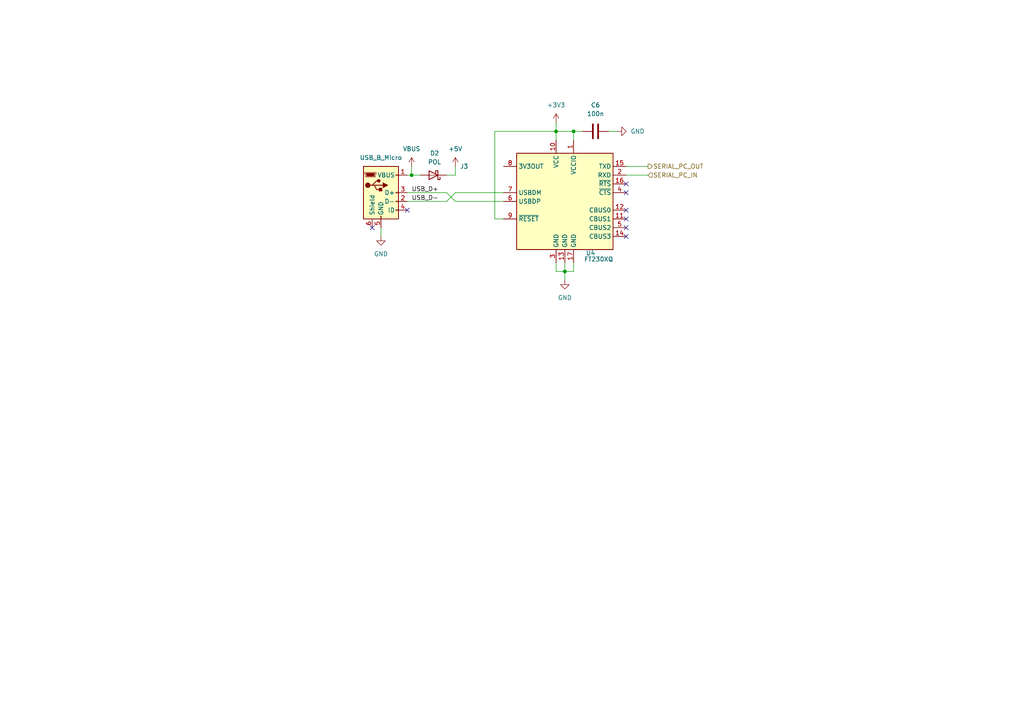
<source format=kicad_sch>
(kicad_sch (version 20231120) (generator "eeschema") (generator_version "8.0")
  (paper "A4")
  (title_block (title "Trashernet SoC") (date "2024-07-07") (rev "2") (company "notsyncing.net") (comment 1 "https://l.notsyncing.net/tnet"))
  (lib_symbols
    (symbol "Connector:USB_B_Micro" (pin_names (offset 1.016))
      (property "Reference" "J" (at -5.08 11.43 0))
      (property "Value" "USB_B_Micro" (at -5.08 8.89 0))
      (symbol "USB_B_Micro_0_1"
        (rectangle (start -5.08 -7.62) (end 5.08 7.62) (stroke (width 0.254)) (fill (type background)))
        (circle (center -3.81 2.159) (radius 0.635) (stroke (width 0.254)) (fill (type outline)))
        (circle (center -0.635 3.429) (radius 0.381) (stroke (width 0.254)) (fill (type outline)))
        (rectangle (start -0.127 -7.62) (end 0.127 -6.858))
        (polyline (pts (xy -1.905 2.159) (xy 0.635 2.159)) (stroke (width 0.254)))
        (polyline (pts (xy -3.175 2.159) (xy -2.54 2.159) (xy -1.27 3.429) (xy -0.635 3.429)) (stroke (width 0.254)))
        (polyline (pts (xy -2.54 2.159) (xy -1.905 2.159) (xy -1.27 0.889) (xy 0 0.889)) (stroke (width 0.254)))
        (polyline (pts (xy 0.635 2.794) (xy 0.635 1.524) (xy 1.905 2.159) (xy 0.635 2.794)) (stroke (width 0.254)) (fill (type outline)))
        (polyline (pts (xy -4.318 5.588) (xy -1.778 5.588) (xy -2.032 4.826) (xy -4.064 4.826) (xy -4.318 5.588)) (fill (type outline)))
        (polyline (pts (xy -4.699 5.842) (xy -4.699 5.588) (xy -4.445 4.826) (xy -4.445 4.572) (xy -1.651 4.572) (xy -1.651 4.826) (xy -1.397 5.588) (xy -1.397 5.842) (xy -4.699 5.842)))
        (rectangle (start 0.254 1.27) (end -0.508 0.508) (stroke (width 0.254)) (fill (type outline)))
        (rectangle (start 5.08 -5.207) (end 4.318 -4.953))
        (rectangle (start 5.08 -2.667) (end 4.318 -2.413))
        (rectangle (start 5.08 -0.127) (end 4.318 0.127))
        (rectangle (start 5.08 4.953) (end 4.318 5.207))
      )
      (symbol "USB_B_Micro_1_1"
        (pin power_out line (at 7.62 5.08 180) (length 2.54) (name "VBUS") (number "1"))
        (pin bidirectional line (at 7.62 -2.54 180) (length 2.54) (name "D-") (number "2"))
        (pin bidirectional line (at 7.62 0 180) (length 2.54) (name "D+") (number "3"))
        (pin passive line (at 7.62 -5.08 180) (length 2.54) (name "ID") (number "4"))
        (pin power_out line (at 0 -10.16 90) (length 2.54) (name "GND") (number "5"))
        (pin passive line (at -2.54 -10.16 90) (length 2.54) (name "Shield") (number "6"))
      )
    )
    (symbol "Device:C" (pin_numbers hide) (pin_names (offset 0.254))
      (property "Reference" "C" (at 0.635 2.54 0))
      (property "Value" "C" (at 0.635 -2.54 0))
      (symbol "C_0_1"
        (polyline (pts (xy -2.032 -0.762) (xy 2.032 -0.762)) (stroke (width 0.508)))
        (polyline (pts (xy -2.032 0.762) (xy 2.032 0.762)) (stroke (width 0.508)))
      )
      (symbol "C_1_1"
        (pin passive line (at 0 3.81 270) (length 2.794) (name "~") (number "1"))
        (pin passive line (at 0 -3.81 90) (length 2.794) (name "~") (number "2"))
      )
    )
    (symbol "Device:D_Schottky" (pin_numbers hide) (pin_names (offset 1.016) hide)
      (property "Reference" "D" (at 0 2.54 0))
      (property "Value" "D_Schottky" (at 0 -2.54 0))
      (symbol "D_Schottky_0_1"
        (polyline (pts (xy 1.27 0) (xy -1.27 0)))
        (polyline (pts (xy 1.27 1.27) (xy 1.27 -1.27) (xy -1.27 0) (xy 1.27 1.27)) (stroke (width 0.254)))
        (polyline (pts (xy -1.905 0.635) (xy -1.905 1.27) (xy -1.27 1.27) (xy -1.27 -1.27) (xy -0.635 -1.27) (xy -0.635 -0.635)) (stroke (width 0.254)))
      )
      (symbol "D_Schottky_1_1"
        (pin passive line (at -3.81 0 0) (length 2.54) (name "K") (number "1"))
        (pin passive line (at 3.81 0 180) (length 2.54) (name "A") (number "2"))
      )
    )
    (symbol "Interface_USB:FT230XQ"
      (property "Reference" "U" (at -13.97 15.24 0))
      (property "Value" "FT230XQ" (at 7.62 15.24 0))
      (symbol "FT230XQ_0_1"
        (rectangle (start -13.97 13.97) (end 13.97 -13.97) (stroke (width 0.254)) (fill (type background)))
      )
      (symbol "FT230XQ_1_1"
        (pin power_in line (at 2.54 17.78 270) (length 3.81) (name "VCCIO") (number "1"))
        (pin power_in line (at -2.54 17.78 270) (length 3.81) (name "VCC") (number "10"))
        (pin bidirectional line (at 17.78 -5.08 180) (length 3.81) (name "CBUS1") (number "11"))
        (pin bidirectional line (at 17.78 -2.54 180) (length 3.81) (name "CBUS0") (number "12"))
        (pin power_in line (at 0 -17.78 90) (length 3.81) (name "GND") (number "13"))
        (pin bidirectional line (at 17.78 -10.16 180) (length 3.81) (name "CBUS3") (number "14"))
        (pin output line (at 17.78 10.16 180) (length 3.81) (name "TXD") (number "15"))
        (pin output line (at 17.78 5.08 180) (length 3.81) (name "~{RTS}") (number "16"))
        (pin power_in line (at 2.54 -17.78 90) (length 3.81) (name "GND") (number "17"))
        (pin input line (at 17.78 7.62 180) (length 3.81) (name "RXD") (number "2"))
        (pin power_in line (at -2.54 -17.78 90) (length 3.81) (name "GND") (number "3"))
        (pin input line (at 17.78 2.54 180) (length 3.81) (name "~{CTS}") (number "4"))
        (pin bidirectional line (at 17.78 -7.62 180) (length 3.81) (name "CBUS2") (number "5"))
        (pin bidirectional line (at -17.78 0 0) (length 3.81) (name "USBDP") (number "6"))
        (pin bidirectional line (at -17.78 2.54 0) (length 3.81) (name "USBDM") (number "7"))
        (pin power_out line (at -17.78 10.16 0) (length 3.81) (name "3V3OUT") (number "8"))
        (pin input line (at -17.78 -5.08 0) (length 3.81) (name "~{RESET}") (number "9"))
      )
    )
    (symbol "power:+3V3" (power) (pin_numbers hide) (pin_names (offset 0) hide)
      (property "Value" "+3V3" (at 0 3.556 0))
      (symbol "+3V3_0_1"
        (polyline (pts (xy -0.762 1.27) (xy 0 2.54)))
        (polyline (pts (xy 0 0) (xy 0 2.54)))
        (polyline (pts (xy 0 2.54) (xy 0.762 1.27)))
      )
      (symbol "+3V3_1_1"
        (pin power_in line (at 0 0 90) (length 0) (name "~") (number "1"))
      )
    )
    (symbol "power:+5V" (power) (pin_numbers hide) (pin_names (offset 0) hide)
      (property "Value" "+5V" (at 0 3.556 0))
      (symbol "+5V_0_1"
        (polyline (pts (xy -0.762 1.27) (xy 0 2.54)))
        (polyline (pts (xy 0 0) (xy 0 2.54)))
        (polyline (pts (xy 0 2.54) (xy 0.762 1.27)))
      )
      (symbol "+5V_1_1"
        (pin power_in line (at 0 0 90) (length 0) (name "~") (number "1"))
      )
    )
    (symbol "power:GND" (power) (pin_numbers hide) (pin_names (offset 0) hide)
      (property "Value" "GND" (at 0 -3.81 0))
      (symbol "GND_0_1"
        (polyline (pts (xy 0 0) (xy 0 -1.27) (xy 1.27 -1.27) (xy 0 -2.54) (xy -1.27 -1.27) (xy 0 -1.27)))
      )
      (symbol "GND_1_1"
        (pin power_in line (at 0 0 270) (length 0) (name "~") (number "1"))
      )
    )
    (symbol "power:VBUS" (power) (pin_numbers hide) (pin_names (offset 0) hide)
      (property "Value" "VBUS" (at 0 3.556 0))
      (symbol "VBUS_0_1"
        (polyline (pts (xy -0.762 1.27) (xy 0 2.54)))
        (polyline (pts (xy 0 0) (xy 0 2.54)))
        (polyline (pts (xy 0 2.54) (xy 0.762 1.27)))
      )
      (symbol "VBUS_1_1"
        (pin power_in line (at 0 0 90) (length 0) (name "~") (number "1"))
      )
    )
  )
  (junction (at 166.37 38.1))
  (junction (at 163.83 78.74))
  (junction (at 161.29 38.1))
  (junction (at 119.38 50.8))
  (no_connect (at 181.61 53.34))
  (no_connect (at 118.11 60.96))
  (no_connect (at 181.61 55.88))
  (no_connect (at 181.61 63.5))
  (no_connect (at 181.61 60.96))
  (no_connect (at 181.61 68.58))
  (no_connect (at 181.61 66.04))
  (no_connect (at 107.95 66.04))
  (wire (pts (xy 132.08 55.88) (xy 146.05 55.88)))
  (wire (pts (xy 129.54 50.8) (xy 132.08 50.8)))
  (wire (pts (xy 143.51 38.1) (xy 161.29 38.1)))
  (wire (pts (xy 132.08 58.42) (xy 146.05 58.42)))
  (wire (pts (xy 118.11 55.88) (xy 129.54 55.88)))
  (wire (pts (xy 119.38 50.8) (xy 121.92 50.8)))
  (wire (pts (xy 161.29 35.56) (xy 161.29 38.1)))
  (wire (pts (xy 161.29 38.1) (xy 166.37 38.1)))
  (wire (pts (xy 143.51 63.5) (xy 143.51 38.1)))
  (wire (pts (xy 110.49 66.04) (xy 110.49 68.58)))
  (wire (pts (xy 166.37 38.1) (xy 166.37 40.64)))
  (wire (pts (xy 132.08 48.26) (xy 132.08 50.8)))
  (wire (pts (xy 166.37 78.74) (xy 166.37 76.2)))
  (wire (pts (xy 161.29 38.1) (xy 161.29 40.64)))
  (wire (pts (xy 166.37 38.1) (xy 168.91 38.1)))
  (wire (pts (xy 118.11 50.8) (xy 119.38 50.8)))
  (wire (pts (xy 129.54 58.42) (xy 132.08 55.88)))
  (wire (pts (xy 181.61 50.8) (xy 187.96 50.8)))
  (wire (pts (xy 146.05 63.5) (xy 143.51 63.5)))
  (wire (pts (xy 163.83 76.2) (xy 163.83 78.74)))
  (wire (pts (xy 163.83 78.74) (xy 163.83 81.28)))
  (wire (pts (xy 161.29 76.2) (xy 161.29 78.74)))
  (wire (pts (xy 161.29 78.74) (xy 163.83 78.74)))
  (wire (pts (xy 181.61 48.26) (xy 187.96 48.26)))
  (wire (pts (xy 163.83 78.74) (xy 166.37 78.74)))
  (wire (pts (xy 119.38 48.26) (xy 119.38 50.8)))
  (wire (pts (xy 118.11 58.42) (xy 129.54 58.42)))
  (wire (pts (xy 176.53 38.1) (xy 179.07 38.1)))
  (wire (pts (xy 129.54 55.88) (xy 132.08 58.42)))
  (label "USB_D+" (at 119.38 55.88 0))
  (label "USB_D-" (at 119.38 58.42 0))
  (hierarchical_label "SERIAL_PC_OUT" (shape output) (at 187.96 48.26 0))
  (hierarchical_label "SERIAL_PC_IN" (shape input) (at 187.96 50.8 0))
  (symbol (lib_id "power:GND") (at 110.49 68.58 0) (unit 1)
    (property "Reference" "#PWR043" (effects (hide yes)))
    (property "Value" "GND" (at 110.49 73.66 0))
    (property "Description" "Power symbol creates a global label with name \"GND\" , ground" (effects (hide yes)))
  )
  (symbol (lib_id "Device:C") (at 172.72 38.1 90) (unit 1)
    (property "Reference" "C6" (at 172.72 30.48 90))
    (property "Value" "100n" (at 172.72 33.02 90))
    (property "Footprint" "Capacitor_SMD:C_0603_1608Metric" (effects (hide yes)))
    (property "Description" "Unpolarized capacitor" (effects (hide yes)))
  )
  (symbol (lib_id "Device:D_Schottky") (at 125.73 50.8 180) (unit 1)
    (property "Reference" "D2" (at 126.0475 44.45 0))
    (property "Value" "POL" (at 126.0475 46.99 0))
    (property "Footprint" "Diode_SMD:D_0805_2012Metric" (effects (hide yes)))
    (property "Description" "Schottky diode" (effects (hide yes)))
  )
  (symbol (lib_id "power:GND") (at 163.83 81.28 0) (unit 1)
    (property "Reference" "#PWR040" (effects (hide yes)))
    (property "Value" "GND" (at 163.83 86.36 0))
    (property "Description" "Power symbol creates a global label with name \"GND\" , ground" (effects (hide yes)))
  )
  (symbol (lib_id "power:+5V") (at 132.08 48.26 0) (unit 1)
    (property "Reference" "#PWR038" (effects (hide yes)))
    (property "Value" "+5V" (at 132.08 43.18 0))
    (property "Description" "Power symbol creates a global label with name \"+5V\"" (effects (hide yes)))
  )
  (symbol (lib_id "power:+3V3") (at 161.29 35.56 0) (unit 1)
    (property "Reference" "#PWR039" (effects (hide yes)))
    (property "Value" "+3V3" (at 161.29 30.48 0))
    (property "Description" "Power symbol creates a global label with name \"+3V3\"" (effects (hide yes)))
  )
  (symbol (lib_id "Connector:USB_B_Micro") (at 110.49 55.88 0) (unit 1)
    (property "Reference" "J3" (at 134.62 48.26 0))
    (property "Value" "USB_B_Micro" (at 110.49 45.72 0))
    (property "Footprint" "Connector_USB:USB_Micro-B_Amphenol_10104110_Horizontal" (effects (hide yes)))
    (property "Description" "USB Micro Type B connector" (effects (hide yes)))
  )
  (symbol (lib_id "power:GND") (at 179.07 38.1 90) (unit 1)
    (property "Reference" "#PWR046" (effects (hide yes)))
    (property "Value" "GND" (at 182.88 38.0999 90) (effects (justify right)))
    (property "Description" "Power symbol creates a global label with name \"GND\" , ground" (effects (hide yes)))
  )
  (symbol (lib_id "power:VBUS") (at 119.38 48.26 0) (unit 1)
    (property "Reference" "#PWR048" (effects (hide yes)))
    (property "Value" "VBUS" (at 119.38 43.18 0))
    (property "Description" "Power symbol creates a global label with name \"VBUS\"" (effects (hide yes)))
  )
  (symbol (lib_id "Interface_USB:FT230XQ") (at 163.83 58.42 0) (unit 1)
    (property "Reference" "U4" (at 169.926 73.406 0) (effects (justify left)))
    (property "Value" "FT230XQ" (at 169.418 75.184 0) (effects (justify left)))
    (property "Footprint" "Package_DFN_QFN:QFN-16-1EP_4x4mm_P0.65mm_EP2.1x2.1mm" (effects (hide yes)))
    (property "Datasheet" "https://www.ftdichip.com/Support/Documents/DataSheets/ICs/DS_FT230X.pdf" (effects (hide yes)))
    (property "Description" "Full Speed USB to Basic UART, QFN-16" (effects (hide yes)))
  )
)
</source>
